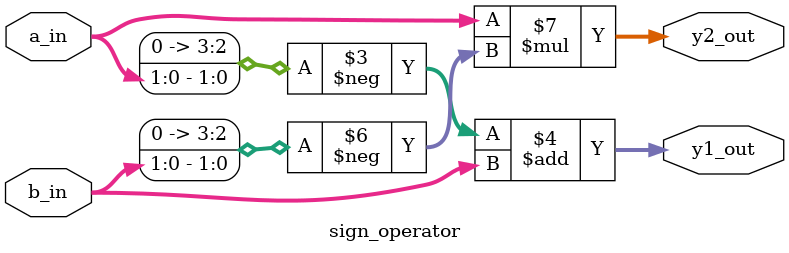
<source format=v>
module sign_operator(input [1:0] a_in, b_in, output reg [3:0] y1_out, y2_out);
always @(a_in, b_in)
begin
/* use of sign operator */
y1_out = (-a_in) + b_in;
/* use of sign operator*/
y2_out = a_in * (-b_in);
end
endmodule


</source>
